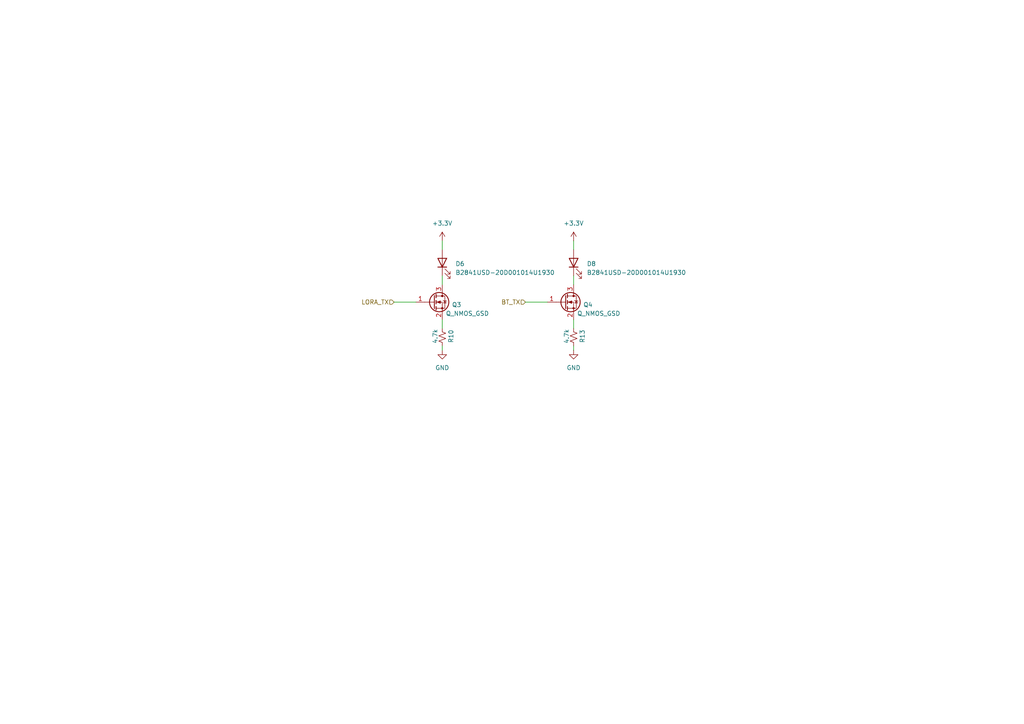
<source format=kicad_sch>
(kicad_sch (version 20250114) (generator "eeschema") (generator_version "9.0")
  (paper "A4")
  (title_block (title "SproutSyncProto-A-01") (date "2025-07-16") (rev "0.1") (company "SproutSync LTD") (comment 1 "ALL RIGHTS RESERVED") (comment 2 "Drawn By: Thomas Sweeney") (comment 3 "R&D Check:") (comment 4 "MFG Check:"))
  (lib_symbols
    (symbol "Device:LED" (pin_numbers (hide yes)) (pin_names (offset 1.016) (hide yes))
      (property "Reference" "D" (at 0 2.54 0))
      (property "Value" "LED" (at 0 -2.54 0))
      (symbol "LED_0_1"
        (polyline (pts (xy -3.048 -0.762) (xy -4.572 -2.286) (xy -3.81 -2.286) (xy -4.572 -2.286) (xy -4.572 -1.524)))
        (polyline (pts (xy -1.778 -0.762) (xy -3.302 -2.286) (xy -2.54 -2.286) (xy -3.302 -2.286) (xy -3.302 -1.524)))
        (polyline (pts (xy -1.27 0) (xy 1.27 0)))
        (polyline (pts (xy -1.27 -1.27) (xy -1.27 1.27)) (stroke (width 0.254)))
        (polyline (pts (xy 1.27 -1.27) (xy 1.27 1.27) (xy -1.27 0) (xy 1.27 -1.27)) (stroke (width 0.254)))
      )
      (symbol "LED_1_1"
        (pin passive line (at -3.81 0 0) (length 2.54) (name "K") (number "1"))
        (pin passive line (at 3.81 0 180) (length 2.54) (name "A") (number "2"))
      )
    )
    (symbol "Device:Q_NMOS_GSD" (pin_names (offset 0) (hide yes))
      (property "Reference" "Q" (at 5.08 1.27 0))
      (property "Value" "Q_NMOS_GSD" (at 5.08 -1.27 0))
      (symbol "Q_NMOS_GSD_0_1"
        (polyline (pts (xy 0.254 1.905) (xy 0.254 -1.905)) (stroke (width 0.254)))
        (polyline (pts (xy 0.254 0) (xy -2.54 0)))
        (polyline (pts (xy 0.762 2.286) (xy 0.762 1.27)) (stroke (width 0.254)))
        (polyline (pts (xy 0.762 0.508) (xy 0.762 -0.508)) (stroke (width 0.254)))
        (polyline (pts (xy 0.762 -1.27) (xy 0.762 -2.286)) (stroke (width 0.254)))
        (polyline (pts (xy 0.762 -1.778) (xy 3.302 -1.778) (xy 3.302 1.778) (xy 0.762 1.778)))
        (polyline (pts (xy 1.016 0) (xy 2.032 0.381) (xy 2.032 -0.381) (xy 1.016 0)) (fill (type outline)))
        (circle (center 1.651 0) (radius 2.794) (stroke (width 0.254)))
        (polyline (pts (xy 2.54 2.54) (xy 2.54 1.778)))
        (circle (center 2.54 1.778) (radius 0.254) (fill (type outline)))
        (circle (center 2.54 -1.778) (radius 0.254) (fill (type outline)))
        (polyline (pts (xy 2.54 -2.54) (xy 2.54 0) (xy 0.762 0)))
        (polyline (pts (xy 2.794 0.508) (xy 2.921 0.381) (xy 3.683 0.381) (xy 3.81 0.254)))
        (polyline (pts (xy 3.302 0.381) (xy 2.921 -0.254) (xy 3.683 -0.254) (xy 3.302 0.381)))
      )
      (symbol "Q_NMOS_GSD_1_1"
        (pin input line (at -5.08 0 0) (length 2.54) (name "G") (number "1"))
        (pin passive line (at 2.54 5.08 270) (length 2.54) (name "D") (number "3"))
        (pin passive line (at 2.54 -5.08 90) (length 2.54) (name "S") (number "2"))
      )
    )
    (symbol "Device:R_Small_US" (pin_numbers (hide yes)) (pin_names (offset 0.254) (hide yes))
      (property "Reference" "R" (at 0.762 0.508 0))
      (property "Value" "R_Small_US" (at 0.762 -1.016 0))
      (symbol "R_Small_US_1_1"
        (polyline (pts (xy 0 1.524) (xy 1.016 1.143) (xy 0 0.762) (xy -1.016 0.381) (xy 0 0)))
        (polyline (pts (xy 0 0) (xy 1.016 -0.381) (xy 0 -0.762) (xy -1.016 -1.143) (xy 0 -1.524)))
        (pin passive line (at 0 2.54 270) (length 1.016) (name "~") (number "1"))
        (pin passive line (at 0 -2.54 90) (length 1.016) (name "~") (number "2"))
      )
    )
    (symbol "power:+3.3V" (power) (pin_numbers (hide yes)) (pin_names (offset 0) (hide yes))
      (property "Value" "+3.3V" (at 0 3.556 0))
      (symbol "+3.3V_0_1"
        (polyline (pts (xy -0.762 1.27) (xy 0 2.54)))
        (polyline (pts (xy 0 2.54) (xy 0.762 1.27)))
        (polyline (pts (xy 0 0) (xy 0 2.54)))
      )
      (symbol "+3.3V_1_1"
        (pin power_in line (at 0 0 90) (length 0) (name "~") (number "1"))
      )
    )
    (symbol "power:GND" (power) (pin_numbers (hide yes)) (pin_names (offset 0) (hide yes))
      (property "Value" "GND" (at 0 -3.81 0))
      (symbol "GND_0_1"
        (polyline (pts (xy 0 0) (xy 0 -1.27) (xy 1.27 -1.27) (xy 0 -2.54) (xy -1.27 -1.27) (xy 0 -1.27)))
      )
      (symbol "GND_1_1"
        (pin power_in line (at 0 0 270) (length 0) (name "~") (number "1"))
      )
    )
  )
  (wire (pts (xy 114.3 87.63) (xy 120.65 87.63)))
  (wire (pts (xy 128.27 69.85) (xy 128.27 72.39)))
  (wire (pts (xy 152.4 87.63) (xy 158.75 87.63)))
  (wire (pts (xy 166.37 100.33) (xy 166.37 101.6)))
  (wire (pts (xy 166.37 69.85) (xy 166.37 72.39)))
  (wire (pts (xy 128.27 92.71) (xy 128.27 95.25)))
  (wire (pts (xy 166.37 80.01) (xy 166.37 82.55)))
  (wire (pts (xy 166.37 92.71) (xy 166.37 95.25)))
  (wire (pts (xy 128.27 100.33) (xy 128.27 101.6)))
  (wire (pts (xy 128.27 80.01) (xy 128.27 82.55)))
  (hierarchical_label "LORA_TX" (shape input) (at 114.3 87.63 180))
  (hierarchical_label "BT_TX" (shape input) (at 152.4 87.63 180))
  (symbol (lib_id "power:GND") (at 166.37 101.6 0) (unit 1)
    (property "Reference" "#PWR048" (effects (hide yes)))
    (property "Value" "GND" (at 166.37 106.68 0))
    (property "Description" "Power symbol creates a global label with name \"GND\" , ground" (effects (hide yes)))
  )
  (symbol (lib_id "Device:LED") (at 128.27 76.2 90) (unit 1)
    (property "Reference" "D6" (at 132.08 76.5174 90) (effects (justify right)))
    (property "Value" "B2841USD-20D001014U1930" (at 132.08 79.0574 90) (effects (justify right)))
    (property "Footprint" "LED_SMD:LED_0402_1005Metric" (effects (hide yes)))
    (property "Datasheet" "https://mm.digikey.com/Volume0/opasdata/d220001/medias/docus/4496/B2841USD-20D001014U1930.pdf" (effects (hide yes)))
    (property "Description" "LED RED DIFFUSED 0402 SMD" (effects (hide yes)))
    (property "Distributor Prt #" "3147-B2841USD-20D001014U1930CT-ND" (effects (hide yes)))
    (property "Manuf Prt #" "B2841USD-20D001014U1930" (effects (hide yes)))
  )
  (symbol (lib_id "Device:LED") (at 166.37 76.2 90) (unit 1)
    (property "Reference" "D8" (at 170.18 76.5174 90) (effects (justify right)))
    (property "Value" "B2841USD-20D001014U1930" (at 170.18 79.0574 90) (effects (justify right)))
    (property "Footprint" "LED_SMD:LED_0402_1005Metric" (effects (hide yes)))
    (property "Datasheet" "https://mm.digikey.com/Volume0/opasdata/d220001/medias/docus/4496/B2841USD-20D001014U1930.pdf" (effects (hide yes)))
    (property "Description" "LED RED DIFFUSED 0402 SMD" (effects (hide yes)))
    (property "Distributor Prt #" "3147-B2841USD-20D001014U1930CT-ND" (effects (hide yes)))
    (property "Manuf Prt #" "B2841USD-20D001014U1930" (effects (hide yes)))
  )
  (symbol (lib_id "power:+3.3V") (at 128.27 69.85 0) (unit 1)
    (property "Reference" "#PWR049" (effects (hide yes)))
    (property "Value" "+3.3V" (at 128.27 64.77 0))
    (property "Description" "Power symbol creates a global label with name \"+3.3V\"" (effects (hide yes)))
  )
  (symbol (lib_id "Device:Q_NMOS_GSD") (at 125.73 87.63 0) (unit 1)
    (property "Reference" "Q3" (at 131.064 88.392 0) (effects (justify left)))
    (property "Value" "Q_NMOS_GSD" (at 129.286 90.932 0) (effects (justify left)))
    (property "Footprint" "Package_TO_SOT_SMD:SOT-323_SC-70" (effects (hide yes)))
    (property "Datasheet" "https://assets.nexperia.com/documents/data-sheet/PMF63UNE.pdf" (effects (hide yes)))
    (property "Description" "MOSFET N-CH 20V 2.2A SOT323" (effects (hide yes)))
    (property "Distributor Prt #" "1727-2694-1-ND" (effects (hide yes)))
    (property "Manuf Prt #" "PMF63UNEX" (effects (hide yes)))
  )
  (symbol (lib_id "power:GND") (at 128.27 101.6 0) (unit 1)
    (property "Reference" "#PWR047" (effects (hide yes)))
    (property "Value" "GND" (at 128.27 106.68 0))
    (property "Description" "Power symbol creates a global label with name \"GND\" , ground" (effects (hide yes)))
  )
  (symbol (lib_id "Device:R_Small_US") (at 166.37 97.79 180) (unit 1)
    (property "Reference" "R13" (at 168.91 97.536 90))
    (property "Value" "4.7k" (at 164.338 97.536 90))
    (property "Footprint" "Resistor_SMD:R_0402_1005Metric" (effects (hide yes)))
    (property "Datasheet" "https://www.yageo.com/upload/media/product/products/datasheet/rchip/PYu-RC_Group_51_RoHS_L_12.pdf" (effects (hide yes)))
    (property "Description" "RES 4.7K OHM 5% 1/16W 0402" (effects (hide yes)))
    (property "Distributor Prt #" "311-4.7KJRCT-ND" (effects (hide yes)))
    (property "Manuf Prt #" "	 RC0402JR-074K7L" (effects (hide yes)))
  )
  (symbol (lib_id "power:+3.3V") (at 166.37 69.85 0) (unit 1)
    (property "Reference" "#PWR050" (effects (hide yes)))
    (property "Value" "+3.3V" (at 166.37 64.77 0))
    (property "Description" "Power symbol creates a global label with name \"+3.3V\"" (effects (hide yes)))
  )
  (symbol (lib_id "Device:R_Small_US") (at 128.27 97.79 180) (unit 1)
    (property "Reference" "R10" (at 130.81 97.536 90))
    (property "Value" "4.7k" (at 126.238 97.536 90))
    (property "Footprint" "Resistor_SMD:R_0402_1005Metric" (effects (hide yes)))
    (property "Datasheet" "https://www.yageo.com/upload/media/product/products/datasheet/rchip/PYu-RC_Group_51_RoHS_L_12.pdf" (effects (hide yes)))
    (property "Description" "RES 4.7K OHM 5% 1/16W 0402" (effects (hide yes)))
    (property "Distributor Prt #" "311-4.7KJRCT-ND" (effects (hide yes)))
    (property "Manuf Prt #" "	 RC0402JR-074K7L" (effects (hide yes)))
  )
  (symbol (lib_id "Device:Q_NMOS_GSD") (at 163.83 87.63 0) (unit 1)
    (property "Reference" "Q4" (at 169.164 88.392 0) (effects (justify left)))
    (property "Value" "Q_NMOS_GSD" (at 167.386 90.932 0) (effects (justify left)))
    (property "Footprint" "Package_TO_SOT_SMD:SOT-323_SC-70" (effects (hide yes)))
    (property "Datasheet" "https://assets.nexperia.com/documents/data-sheet/PMF63UNE.pdf" (effects (hide yes)))
    (property "Description" "MOSFET N-CH 20V 2.2A SOT323" (effects (hide yes)))
    (property "Distributor Prt #" "1727-2694-1-ND" (effects (hide yes)))
    (property "Manuf Prt #" "PMF63UNEX" (effects (hide yes)))
  )
)
</source>
